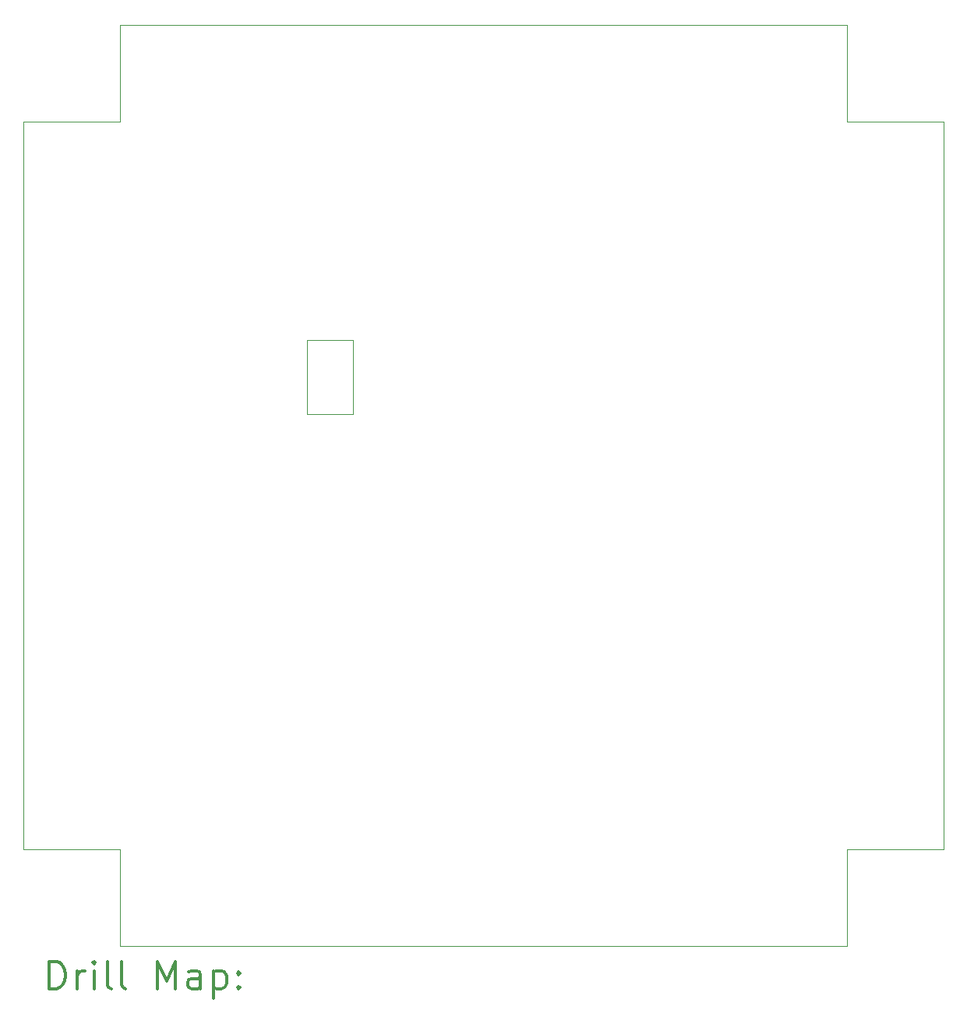
<source format=gbr>
%FSLAX45Y45*%
G04 Gerber Fmt 4.5, Leading zero omitted, Abs format (unit mm)*
G04 Created by KiCad (PCBNEW (5.1.10)-1) date 2022-06-07 21:03:49*
%MOMM*%
%LPD*%
G01*
G04 APERTURE LIST*
%TA.AperFunction,Profile*%
%ADD10C,0.050000*%
%TD*%
%ADD11C,0.200000*%
%ADD12C,0.300000*%
G04 APERTURE END LIST*
D10*
X13535000Y-6925000D02*
X13535000Y-7725000D01*
X13035000Y-7725000D02*
X13035000Y-6925000D01*
X13035000Y-7725000D02*
X13535000Y-7725000D01*
X13035000Y-6925000D02*
X13535000Y-6925000D01*
X9950000Y-4550000D02*
X11000000Y-4550000D01*
X9950000Y-12450000D02*
X9950000Y-4550000D01*
X11000000Y-12450000D02*
X9950000Y-12450000D01*
X11000000Y-13500000D02*
X11000000Y-12450000D01*
X18900000Y-13500000D02*
X11000000Y-13500000D01*
X18900000Y-12450000D02*
X18900000Y-13500000D01*
X19950000Y-12450000D02*
X18900000Y-12450000D01*
X19950000Y-4550000D02*
X19950000Y-12450000D01*
X18900000Y-4550000D02*
X19950000Y-4550000D01*
X18900000Y-3500000D02*
X18900000Y-4550000D01*
X11000000Y-3500000D02*
X18900000Y-3500000D01*
X11000000Y-4550000D02*
X11000000Y-3500000D01*
D11*
D12*
X10233928Y-13968214D02*
X10233928Y-13668214D01*
X10305357Y-13668214D01*
X10348214Y-13682500D01*
X10376786Y-13711071D01*
X10391071Y-13739643D01*
X10405357Y-13796786D01*
X10405357Y-13839643D01*
X10391071Y-13896786D01*
X10376786Y-13925357D01*
X10348214Y-13953929D01*
X10305357Y-13968214D01*
X10233928Y-13968214D01*
X10533928Y-13968214D02*
X10533928Y-13768214D01*
X10533928Y-13825357D02*
X10548214Y-13796786D01*
X10562500Y-13782500D01*
X10591071Y-13768214D01*
X10619643Y-13768214D01*
X10719643Y-13968214D02*
X10719643Y-13768214D01*
X10719643Y-13668214D02*
X10705357Y-13682500D01*
X10719643Y-13696786D01*
X10733928Y-13682500D01*
X10719643Y-13668214D01*
X10719643Y-13696786D01*
X10905357Y-13968214D02*
X10876786Y-13953929D01*
X10862500Y-13925357D01*
X10862500Y-13668214D01*
X11062500Y-13968214D02*
X11033928Y-13953929D01*
X11019643Y-13925357D01*
X11019643Y-13668214D01*
X11405357Y-13968214D02*
X11405357Y-13668214D01*
X11505357Y-13882500D01*
X11605357Y-13668214D01*
X11605357Y-13968214D01*
X11876786Y-13968214D02*
X11876786Y-13811071D01*
X11862500Y-13782500D01*
X11833928Y-13768214D01*
X11776786Y-13768214D01*
X11748214Y-13782500D01*
X11876786Y-13953929D02*
X11848214Y-13968214D01*
X11776786Y-13968214D01*
X11748214Y-13953929D01*
X11733928Y-13925357D01*
X11733928Y-13896786D01*
X11748214Y-13868214D01*
X11776786Y-13853929D01*
X11848214Y-13853929D01*
X11876786Y-13839643D01*
X12019643Y-13768214D02*
X12019643Y-14068214D01*
X12019643Y-13782500D02*
X12048214Y-13768214D01*
X12105357Y-13768214D01*
X12133928Y-13782500D01*
X12148214Y-13796786D01*
X12162500Y-13825357D01*
X12162500Y-13911071D01*
X12148214Y-13939643D01*
X12133928Y-13953929D01*
X12105357Y-13968214D01*
X12048214Y-13968214D01*
X12019643Y-13953929D01*
X12291071Y-13939643D02*
X12305357Y-13953929D01*
X12291071Y-13968214D01*
X12276786Y-13953929D01*
X12291071Y-13939643D01*
X12291071Y-13968214D01*
X12291071Y-13782500D02*
X12305357Y-13796786D01*
X12291071Y-13811071D01*
X12276786Y-13796786D01*
X12291071Y-13782500D01*
X12291071Y-13811071D01*
M02*

</source>
